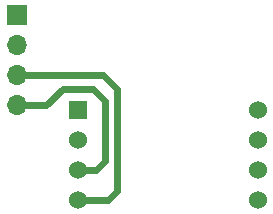
<source format=gbl>
G04 #@! TF.FileFunction,Copper,L2,Bot,Signal*
%FSLAX46Y46*%
G04 Gerber Fmt 4.6, Leading zero omitted, Abs format (unit mm)*
G04 Created by KiCad (PCBNEW 4.0.6) date Fri Jul 21 16:01:30 2017*
%MOMM*%
%LPD*%
G01*
G04 APERTURE LIST*
%ADD10C,0.100000*%
%ADD11R,1.700000X1.700000*%
%ADD12O,1.700000X1.700000*%
%ADD13R,1.524000X1.524000*%
%ADD14C,1.524000*%
%ADD15C,0.600000*%
G04 APERTURE END LIST*
D10*
D11*
X63411100Y-35153600D03*
D12*
X63411100Y-37693600D03*
X63411100Y-40233600D03*
X63411100Y-42773600D03*
D13*
X68580000Y-43180000D03*
D14*
X68580000Y-45720000D03*
X68580000Y-48260000D03*
X68580000Y-50800000D03*
X83820000Y-50800000D03*
X83820000Y-48260000D03*
X83820000Y-45720000D03*
X83820000Y-43180000D03*
D15*
X63411100Y-42773600D02*
X65938400Y-42773600D01*
X70104000Y-48260000D02*
X68580000Y-48260000D01*
X70866000Y-47498000D02*
X70104000Y-48260000D01*
X70866000Y-42418000D02*
X70866000Y-47498000D01*
X69850000Y-41402000D02*
X70866000Y-42418000D01*
X67310000Y-41402000D02*
X69850000Y-41402000D01*
X65938400Y-42773600D02*
X67310000Y-41402000D01*
X63411100Y-40233600D02*
X70713600Y-40233600D01*
X71120000Y-50800000D02*
X68580000Y-50800000D01*
X71882000Y-50038000D02*
X71120000Y-50800000D01*
X71882000Y-41402000D02*
X71882000Y-50038000D01*
X70713600Y-40233600D02*
X71882000Y-41402000D01*
M02*

</source>
